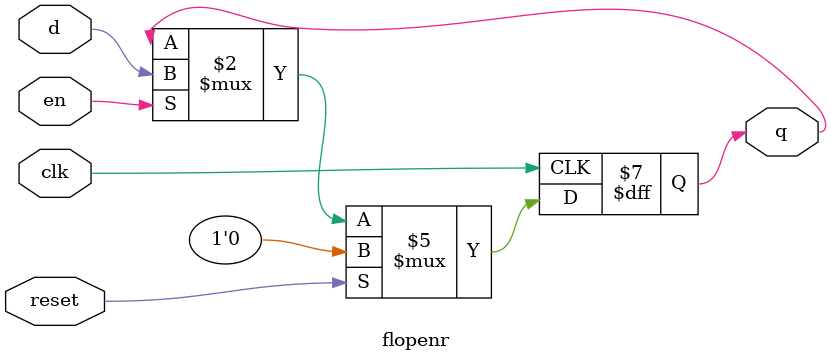
<source format=sv>
module fsm_011(input logic clk,
                         input logic reset,
                         input logic a,
                         output logic [3:0] state,
                         output logic y);

   //typedef enum logic [1:0] {Sinit, S0, S01, S011} statetype;
   //statetype state, nextState;

   localparam Sinit = 0,
            S0 = 1,
            S01 = 2,
            S011 = 3;
   logic [3:0] nextState = 4'b0001;

   initial state <= 4'b0001;
   
   // state register
   always_ff @(posedge clk)
      state <= nextState;

   // next-state logic
   always_comb begin
      nextState = 4'b0;
      unique case (1'b1)
         state[Sinit]:  nextState[a ? Sinit : S0] = 1'b1;
         state[S0]:     nextState[a ? S01 : S0] = 1'b1;
         state[S01]:   nextState[a ? S011  : S0] = 1'b1;
         state[S011]: nextState[a ? Sinit   : S0] = 1'b1;
         default: nextState[Sinit] = 1'b1;    // shouldn't happen
      endcase
   end

   // output logic
   assign y = state[S011];
endmodule


// For synthesis, we'll use this top module so we can debounce the
// pushbutton input to use as the clock for our FSM.
module top(input logic clk100MHz,      // system clock
            input logic myReset,   // reset signal from a switch
            input logic pushbutton, // pushbutton used as FSM clk
            input logic a,       // FSM input from a switch
            output logic [3:0] state,
            output logic resetOut,
            output logic y       // FSM output to an LED
            );
   
   logic buffered_clk;           // use global buffer on FPGA
   BUFG buff_clk(.I(clk100MHz), .O(buffered_clk));

   // debounce the pushbutton
   logic fsm_clk;
   debounce db1(.clk(buffered_clk), .reset(myReset), .in(pushbutton), .out(fsm_clk));

   // instantiate our FSM
   fsm_011 u0(.clk(fsm_clk), .reset(myReset), .a, .state, .y);

   assign resetOut = myReset;
endmodule


// Debounce an external input (like a pushbutton). 
// This code is based on an example from https://www.fpga4student.com/2017/04/simple-debouncing-verilog-code-for.html
module debounce(input logic clk,       // system clock
               input logic reset,      // system reset
               input logic in,         // external input (bouncing)
               output logic out);      // debounced output

   logic slow_clk_en;         // clock enable signal
   logic q0, q1, q2;          // ff outputs

   // generate clock enable signal. This will be a single pulse at a slower freq than clk
   clock_enable u1(.clk, .reset, .clk_en(slow_clk_en));

   // external input goes through a FF to act as a synchronizer
   flopenr d0(.clk, .reset, .en(slow_clk_en), .d(in), .q(q0));

   // 2 more FF's to debounce
   flopenr d1(.clk, .reset, .en(slow_clk_en), .d(q0), .q(q1));
   flopenr d2(.clk, .reset, .en(slow_clk_en), .d(q1), .q(q2));

   // debounced output
   assign out = q1 & (~q2);
endmodule

// Generate slow clock enable signal. This is basically like a clock divider, but instead
// of generating a slower clock signal (which can lead to stability problems having multiple
// clocks in a circuit), we generate a single pulse at the slower frequency.
// For a 100MHz input clock and a 16-bit counter, the slower freq will be about 1.5 kHz
module clock_enable( input logic clk,        // input clock
                     input logic reset,      // system reset 
                     output logic clk_en);   // slower clock pulse
   logic [15:0] counter;

   always_ff @(posedge clk) begin
      if (reset) counter <= 16'b0;
      else counter <= counter + 1;
   end

   assign clk_en = &counter;     // single pulse when counter = all 1's
endmodule

// Flip flop with reset and clock enable
module flopenr(input logic clk,
               input logic reset,
               input logic en,
               input logic d,
               output logic q);
   always_ff @(posedge clk)
      if (reset) q <= 1'b0;
      else if (en) q <= d;
endmodule

</source>
